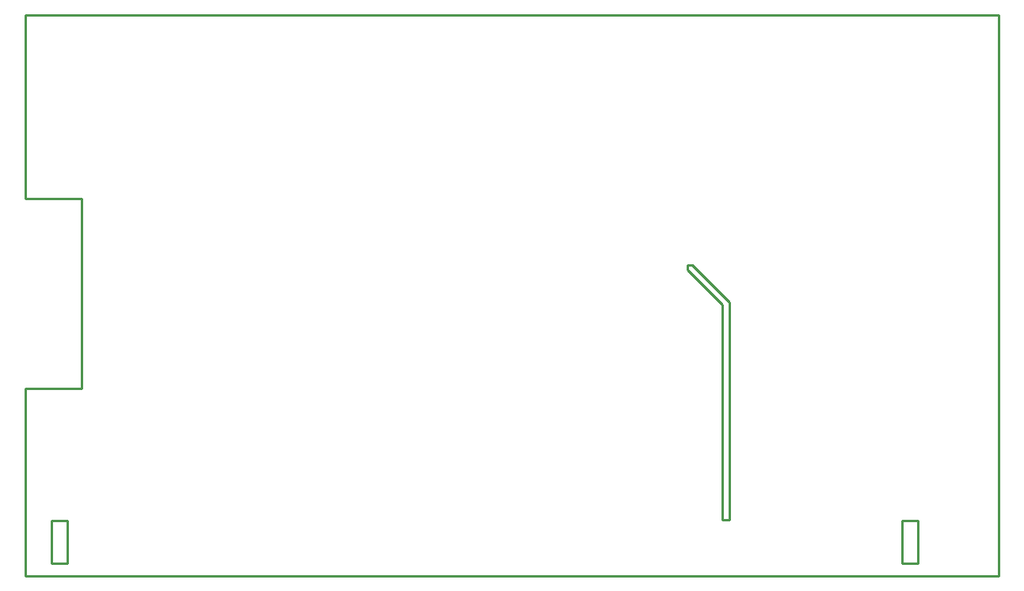
<source format=gko>
G04 Layer: BoardOutlineLayer*
G04 EasyEDA v6.5.15, 2022-09-18 23:53:43*
G04 d3691748ad514627a52f7aef6c0eae22,d4513426d2154aa39f2c2607306ca696,10*
G04 Gerber Generator version 0.2*
G04 Scale: 100 percent, Rotated: No, Reflected: No *
G04 Dimensions in millimeters *
G04 leading zeros omitted , absolute positions ,4 integer and 5 decimal *
%FSLAX45Y45*%
%MOMM*%

%ADD10C,0.2540*%
D10*
X0Y0D02*
G01*
X10400029Y0D01*
X10400029Y-5999987D01*
X0Y-5999987D01*
X0Y-3999999D01*
X599998Y-3999999D01*
X599998Y-1962500D01*
X0Y-1962500D01*
X0Y0D01*
X7450074Y-5400039D02*
G01*
X7525004Y-5400039D01*
X7525004Y-3074923D01*
X7124954Y-2674873D01*
X7074915Y-2674873D01*
X7074915Y-2724912D01*
X7450074Y-3100070D01*
X7450074Y-5400039D01*
X279999Y-5409989D02*
G01*
X449999Y-5409989D01*
X449999Y-5869988D01*
X279999Y-5869988D01*
X279999Y-5409989D01*
X9369981Y-5409989D02*
G01*
X9539980Y-5409989D01*
X9539980Y-5869988D01*
X9369981Y-5869988D01*
X9369981Y-5409989D01*

%LPD*%
M02*

</source>
